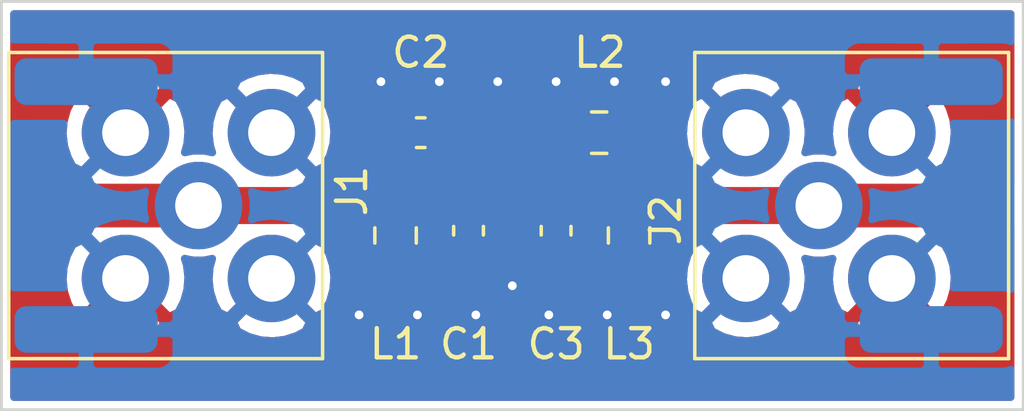
<source format=kicad_pcb>
(kicad_pcb (version 20171130) (host pcbnew 5.1.9)

  (general
    (thickness 1.6)
    (drawings 4)
    (tracks 22)
    (zones 0)
    (modules 8)
    (nets 5)
  )

  (page A4)
  (title_block
    (title "LC-ladder Butterworth bandpass filter")
    (date 2021-04-05)
    (rev r0)
    (company "rimio (yo7jbp)")
    (comment 1 https://github.com/rimio/ufilter-pcb)
  )

  (layers
    (0 F.Cu signal)
    (31 B.Cu signal)
    (32 B.Adhes user hide)
    (33 F.Adhes user hide)
    (34 B.Paste user hide)
    (35 F.Paste user hide)
    (36 B.SilkS user hide)
    (37 F.SilkS user)
    (38 B.Mask user hide)
    (39 F.Mask user hide)
    (40 Dwgs.User user hide)
    (41 Cmts.User user hide)
    (42 Eco1.User user hide)
    (43 Eco2.User user hide)
    (44 Edge.Cuts user)
    (45 Margin user hide)
    (46 B.CrtYd user hide)
    (47 F.CrtYd user hide)
    (48 B.Fab user hide)
    (49 F.Fab user hide)
  )

  (setup
    (last_trace_width 1.27)
    (trace_clearance 0.25)
    (zone_clearance 0.508)
    (zone_45_only yes)
    (trace_min 0.2)
    (via_size 0.8)
    (via_drill 0.4)
    (via_min_size 0.4)
    (via_min_drill 0.3)
    (user_via 0.6 0.3)
    (uvia_size 0.3)
    (uvia_drill 0.1)
    (uvias_allowed no)
    (uvia_min_size 0.2)
    (uvia_min_drill 0.1)
    (edge_width 0.05)
    (segment_width 0.2)
    (pcb_text_width 0.3)
    (pcb_text_size 1.5 1.5)
    (mod_edge_width 0.12)
    (mod_text_size 1 1)
    (mod_text_width 0.15)
    (pad_size 1.524 1.524)
    (pad_drill 0.762)
    (pad_to_mask_clearance 0)
    (aux_axis_origin 0 0)
    (visible_elements FFFFFF7F)
    (pcbplotparams
      (layerselection 0x010fc_ffffffff)
      (usegerberextensions false)
      (usegerberattributes true)
      (usegerberadvancedattributes true)
      (creategerberjobfile true)
      (excludeedgelayer true)
      (linewidth 0.100000)
      (plotframeref false)
      (viasonmask false)
      (mode 1)
      (useauxorigin false)
      (hpglpennumber 1)
      (hpglpenspeed 20)
      (hpglpendiameter 15.000000)
      (psnegative false)
      (psa4output false)
      (plotreference true)
      (plotvalue true)
      (plotinvisibletext false)
      (padsonsilk false)
      (subtractmaskfromsilk false)
      (outputformat 1)
      (mirror false)
      (drillshape 0)
      (scaleselection 1)
      (outputdirectory "export/r0/"))
  )

  (net 0 "")
  (net 1 GND)
  (net 2 "Net-(C1-Pad1)")
  (net 3 "Net-(C2-Pad1)")
  (net 4 "Net-(C3-Pad1)")

  (net_class Default "This is the default net class."
    (clearance 0.25)
    (trace_width 1.27)
    (via_dia 0.8)
    (via_drill 0.4)
    (uvia_dia 0.3)
    (uvia_drill 0.1)
    (add_net GND)
    (add_net "Net-(C1-Pad1)")
    (add_net "Net-(C2-Pad1)")
    (add_net "Net-(C3-Pad1)")
  )

  (module Capacitor_SMD:C_0603_1608Metric_Pad1.08x0.95mm_HandSolder (layer F.Cu) (tedit 5F68FEEF) (tstamp 606CA6E9)
    (at 76 27.8625 270)
    (descr "Capacitor SMD 0603 (1608 Metric), square (rectangular) end terminal, IPC_7351 nominal with elongated pad for handsoldering. (Body size source: IPC-SM-782 page 76, https://www.pcb-3d.com/wordpress/wp-content/uploads/ipc-sm-782a_amendment_1_and_2.pdf), generated with kicad-footprint-generator")
    (tags "capacitor handsolder")
    (path /606BFE2F)
    (attr smd)
    (fp_text reference C1 (at 3.8875 0 180) (layer F.SilkS)
      (effects (font (size 1 1) (thickness 0.15)))
    )
    (fp_text value C_Small (at 0 1.43 90) (layer F.Fab) hide
      (effects (font (size 1 1) (thickness 0.15)))
    )
    (fp_line (start -0.8 0.4) (end -0.8 -0.4) (layer F.Fab) (width 0.1))
    (fp_line (start -0.8 -0.4) (end 0.8 -0.4) (layer F.Fab) (width 0.1))
    (fp_line (start 0.8 -0.4) (end 0.8 0.4) (layer F.Fab) (width 0.1))
    (fp_line (start 0.8 0.4) (end -0.8 0.4) (layer F.Fab) (width 0.1))
    (fp_line (start -0.146267 -0.51) (end 0.146267 -0.51) (layer F.SilkS) (width 0.12))
    (fp_line (start -0.146267 0.51) (end 0.146267 0.51) (layer F.SilkS) (width 0.12))
    (fp_line (start -1.65 0.73) (end -1.65 -0.73) (layer F.CrtYd) (width 0.05))
    (fp_line (start -1.65 -0.73) (end 1.65 -0.73) (layer F.CrtYd) (width 0.05))
    (fp_line (start 1.65 -0.73) (end 1.65 0.73) (layer F.CrtYd) (width 0.05))
    (fp_line (start 1.65 0.73) (end -1.65 0.73) (layer F.CrtYd) (width 0.05))
    (fp_text user %R (at 0 0 90) (layer F.Fab)
      (effects (font (size 0.4 0.4) (thickness 0.06)))
    )
    (pad 1 smd roundrect (at -0.8625 0 270) (size 1.075 0.95) (layers F.Cu F.Paste F.Mask) (roundrect_rratio 0.25)
      (net 2 "Net-(C1-Pad1)"))
    (pad 2 smd roundrect (at 0.8625 0 270) (size 1.075 0.95) (layers F.Cu F.Paste F.Mask) (roundrect_rratio 0.25)
      (net 1 GND))
    (model ${KISYS3DMOD}/Capacitor_SMD.3dshapes/C_0603_1608Metric.wrl
      (at (xyz 0 0 0))
      (scale (xyz 1 1 1))
      (rotate (xyz 0 0 0))
    )
  )

  (module Capacitor_SMD:C_0603_1608Metric_Pad1.08x0.95mm_HandSolder (layer F.Cu) (tedit 5F68FEEF) (tstamp 606CA71C)
    (at 74.3625 24.5 180)
    (descr "Capacitor SMD 0603 (1608 Metric), square (rectangular) end terminal, IPC_7351 nominal with elongated pad for handsoldering. (Body size source: IPC-SM-782 page 76, https://www.pcb-3d.com/wordpress/wp-content/uploads/ipc-sm-782a_amendment_1_and_2.pdf), generated with kicad-footprint-generator")
    (tags "capacitor handsolder")
    (path /606C0D59)
    (attr smd)
    (fp_text reference C2 (at 0 2.75) (layer F.SilkS)
      (effects (font (size 1 1) (thickness 0.15)))
    )
    (fp_text value C_Small (at 0 1.43) (layer F.Fab) hide
      (effects (font (size 1 1) (thickness 0.15)))
    )
    (fp_line (start 1.65 0.73) (end -1.65 0.73) (layer F.CrtYd) (width 0.05))
    (fp_line (start 1.65 -0.73) (end 1.65 0.73) (layer F.CrtYd) (width 0.05))
    (fp_line (start -1.65 -0.73) (end 1.65 -0.73) (layer F.CrtYd) (width 0.05))
    (fp_line (start -1.65 0.73) (end -1.65 -0.73) (layer F.CrtYd) (width 0.05))
    (fp_line (start -0.146267 0.51) (end 0.146267 0.51) (layer F.SilkS) (width 0.12))
    (fp_line (start -0.146267 -0.51) (end 0.146267 -0.51) (layer F.SilkS) (width 0.12))
    (fp_line (start 0.8 0.4) (end -0.8 0.4) (layer F.Fab) (width 0.1))
    (fp_line (start 0.8 -0.4) (end 0.8 0.4) (layer F.Fab) (width 0.1))
    (fp_line (start -0.8 -0.4) (end 0.8 -0.4) (layer F.Fab) (width 0.1))
    (fp_line (start -0.8 0.4) (end -0.8 -0.4) (layer F.Fab) (width 0.1))
    (fp_text user %R (at 0 0) (layer F.Fab)
      (effects (font (size 0.4 0.4) (thickness 0.06)))
    )
    (pad 2 smd roundrect (at 0.8625 0 180) (size 1.075 0.95) (layers F.Cu F.Paste F.Mask) (roundrect_rratio 0.25)
      (net 2 "Net-(C1-Pad1)"))
    (pad 1 smd roundrect (at -0.8625 0 180) (size 1.075 0.95) (layers F.Cu F.Paste F.Mask) (roundrect_rratio 0.25)
      (net 3 "Net-(C2-Pad1)"))
    (model ${KISYS3DMOD}/Capacitor_SMD.3dshapes/C_0603_1608Metric.wrl
      (at (xyz 0 0 0))
      (scale (xyz 1 1 1))
      (rotate (xyz 0 0 0))
    )
  )

  (module Capacitor_SMD:C_0603_1608Metric_Pad1.08x0.95mm_HandSolder (layer F.Cu) (tedit 5F68FEEF) (tstamp 606CA74C)
    (at 79 27.8625 270)
    (descr "Capacitor SMD 0603 (1608 Metric), square (rectangular) end terminal, IPC_7351 nominal with elongated pad for handsoldering. (Body size source: IPC-SM-782 page 76, https://www.pcb-3d.com/wordpress/wp-content/uploads/ipc-sm-782a_amendment_1_and_2.pdf), generated with kicad-footprint-generator")
    (tags "capacitor handsolder")
    (path /606C1AF0)
    (attr smd)
    (fp_text reference C3 (at 3.8875 0 180) (layer F.SilkS)
      (effects (font (size 1 1) (thickness 0.15)))
    )
    (fp_text value C_Small (at 0 1.43 90) (layer F.Fab) hide
      (effects (font (size 1 1) (thickness 0.15)))
    )
    (fp_line (start 1.65 0.73) (end -1.65 0.73) (layer F.CrtYd) (width 0.05))
    (fp_line (start 1.65 -0.73) (end 1.65 0.73) (layer F.CrtYd) (width 0.05))
    (fp_line (start -1.65 -0.73) (end 1.65 -0.73) (layer F.CrtYd) (width 0.05))
    (fp_line (start -1.65 0.73) (end -1.65 -0.73) (layer F.CrtYd) (width 0.05))
    (fp_line (start -0.146267 0.51) (end 0.146267 0.51) (layer F.SilkS) (width 0.12))
    (fp_line (start -0.146267 -0.51) (end 0.146267 -0.51) (layer F.SilkS) (width 0.12))
    (fp_line (start 0.8 0.4) (end -0.8 0.4) (layer F.Fab) (width 0.1))
    (fp_line (start 0.8 -0.4) (end 0.8 0.4) (layer F.Fab) (width 0.1))
    (fp_line (start -0.8 -0.4) (end 0.8 -0.4) (layer F.Fab) (width 0.1))
    (fp_line (start -0.8 0.4) (end -0.8 -0.4) (layer F.Fab) (width 0.1))
    (fp_text user %R (at 0 0 90) (layer F.Fab)
      (effects (font (size 0.4 0.4) (thickness 0.06)))
    )
    (pad 2 smd roundrect (at 0.8625 0 270) (size 1.075 0.95) (layers F.Cu F.Paste F.Mask) (roundrect_rratio 0.25)
      (net 1 GND))
    (pad 1 smd roundrect (at -0.8625 0 270) (size 1.075 0.95) (layers F.Cu F.Paste F.Mask) (roundrect_rratio 0.25)
      (net 4 "Net-(C3-Pad1)"))
    (model ${KISYS3DMOD}/Capacitor_SMD.3dshapes/C_0603_1608Metric.wrl
      (at (xyz 0 0 0))
      (scale (xyz 1 1 1))
      (rotate (xyz 0 0 0))
    )
  )

  (module Inductor_SMD:L_0805_2012Metric_Pad1.15x1.40mm_HandSolder (layer F.Cu) (tedit 5F68FEF0) (tstamp 606CA77C)
    (at 73.5 28.025 90)
    (descr "Inductor SMD 0805 (2012 Metric), square (rectangular) end terminal, IPC_7351 nominal with elongated pad for handsoldering. (Body size source: https://docs.google.com/spreadsheets/d/1BsfQQcO9C6DZCsRaXUlFlo91Tg2WpOkGARC1WS5S8t0/edit?usp=sharing), generated with kicad-footprint-generator")
    (tags "inductor handsolder")
    (path /606C3083)
    (attr smd)
    (fp_text reference L1 (at -3.725 0 180) (layer F.SilkS)
      (effects (font (size 1 1) (thickness 0.15)))
    )
    (fp_text value L_Small (at 0 1.65 90) (layer F.Fab) hide
      (effects (font (size 1 1) (thickness 0.15)))
    )
    (fp_line (start -1 0.6) (end -1 -0.6) (layer F.Fab) (width 0.1))
    (fp_line (start -1 -0.6) (end 1 -0.6) (layer F.Fab) (width 0.1))
    (fp_line (start 1 -0.6) (end 1 0.6) (layer F.Fab) (width 0.1))
    (fp_line (start 1 0.6) (end -1 0.6) (layer F.Fab) (width 0.1))
    (fp_line (start -0.261252 -0.71) (end 0.261252 -0.71) (layer F.SilkS) (width 0.12))
    (fp_line (start -0.261252 0.71) (end 0.261252 0.71) (layer F.SilkS) (width 0.12))
    (fp_line (start -1.85 0.95) (end -1.85 -0.95) (layer F.CrtYd) (width 0.05))
    (fp_line (start -1.85 -0.95) (end 1.85 -0.95) (layer F.CrtYd) (width 0.05))
    (fp_line (start 1.85 -0.95) (end 1.85 0.95) (layer F.CrtYd) (width 0.05))
    (fp_line (start 1.85 0.95) (end -1.85 0.95) (layer F.CrtYd) (width 0.05))
    (fp_text user %R (at 0 0 90) (layer F.Fab)
      (effects (font (size 0.5 0.5) (thickness 0.08)))
    )
    (pad 1 smd roundrect (at -1.025 0 90) (size 1.15 1.4) (layers F.Cu F.Paste F.Mask) (roundrect_rratio 0.2173904347826087)
      (net 1 GND))
    (pad 2 smd roundrect (at 1.025 0 90) (size 1.15 1.4) (layers F.Cu F.Paste F.Mask) (roundrect_rratio 0.2173904347826087)
      (net 2 "Net-(C1-Pad1)"))
    (model ${KISYS3DMOD}/Inductor_SMD.3dshapes/L_0805_2012Metric.wrl
      (at (xyz 0 0 0))
      (scale (xyz 1 1 1))
      (rotate (xyz 0 0 0))
    )
  )

  (module Inductor_SMD:L_0805_2012Metric_Pad1.15x1.40mm_HandSolder (layer F.Cu) (tedit 5F68FEF0) (tstamp 606CA7AC)
    (at 80.475 24.5 180)
    (descr "Inductor SMD 0805 (2012 Metric), square (rectangular) end terminal, IPC_7351 nominal with elongated pad for handsoldering. (Body size source: https://docs.google.com/spreadsheets/d/1BsfQQcO9C6DZCsRaXUlFlo91Tg2WpOkGARC1WS5S8t0/edit?usp=sharing), generated with kicad-footprint-generator")
    (tags "inductor handsolder")
    (path /606C5347)
    (attr smd)
    (fp_text reference L2 (at -0.025 2.75) (layer F.SilkS)
      (effects (font (size 1 1) (thickness 0.15)))
    )
    (fp_text value L_Small (at 0 1.65) (layer F.Fab) hide
      (effects (font (size 1 1) (thickness 0.15)))
    )
    (fp_line (start 1.85 0.95) (end -1.85 0.95) (layer F.CrtYd) (width 0.05))
    (fp_line (start 1.85 -0.95) (end 1.85 0.95) (layer F.CrtYd) (width 0.05))
    (fp_line (start -1.85 -0.95) (end 1.85 -0.95) (layer F.CrtYd) (width 0.05))
    (fp_line (start -1.85 0.95) (end -1.85 -0.95) (layer F.CrtYd) (width 0.05))
    (fp_line (start -0.261252 0.71) (end 0.261252 0.71) (layer F.SilkS) (width 0.12))
    (fp_line (start -0.261252 -0.71) (end 0.261252 -0.71) (layer F.SilkS) (width 0.12))
    (fp_line (start 1 0.6) (end -1 0.6) (layer F.Fab) (width 0.1))
    (fp_line (start 1 -0.6) (end 1 0.6) (layer F.Fab) (width 0.1))
    (fp_line (start -1 -0.6) (end 1 -0.6) (layer F.Fab) (width 0.1))
    (fp_line (start -1 0.6) (end -1 -0.6) (layer F.Fab) (width 0.1))
    (fp_text user %R (at 0 0) (layer F.Fab)
      (effects (font (size 0.5 0.5) (thickness 0.08)))
    )
    (pad 2 smd roundrect (at 1.025 0 180) (size 1.15 1.4) (layers F.Cu F.Paste F.Mask) (roundrect_rratio 0.2173904347826087)
      (net 3 "Net-(C2-Pad1)"))
    (pad 1 smd roundrect (at -1.025 0 180) (size 1.15 1.4) (layers F.Cu F.Paste F.Mask) (roundrect_rratio 0.2173904347826087)
      (net 4 "Net-(C3-Pad1)"))
    (model ${KISYS3DMOD}/Inductor_SMD.3dshapes/L_0805_2012Metric.wrl
      (at (xyz 0 0 0))
      (scale (xyz 1 1 1))
      (rotate (xyz 0 0 0))
    )
  )

  (module Inductor_SMD:L_0805_2012Metric_Pad1.15x1.40mm_HandSolder (layer F.Cu) (tedit 5F68FEF0) (tstamp 606CA6B9)
    (at 81.5 28.025 90)
    (descr "Inductor SMD 0805 (2012 Metric), square (rectangular) end terminal, IPC_7351 nominal with elongated pad for handsoldering. (Body size source: https://docs.google.com/spreadsheets/d/1BsfQQcO9C6DZCsRaXUlFlo91Tg2WpOkGARC1WS5S8t0/edit?usp=sharing), generated with kicad-footprint-generator")
    (tags "inductor handsolder")
    (path /606C4A0E)
    (attr smd)
    (fp_text reference L3 (at -3.725 0 180) (layer F.SilkS)
      (effects (font (size 1 1) (thickness 0.15)))
    )
    (fp_text value L_Small (at 0 1.65 90) (layer F.Fab) hide
      (effects (font (size 1 1) (thickness 0.15)))
    )
    (fp_line (start 1.85 0.95) (end -1.85 0.95) (layer F.CrtYd) (width 0.05))
    (fp_line (start 1.85 -0.95) (end 1.85 0.95) (layer F.CrtYd) (width 0.05))
    (fp_line (start -1.85 -0.95) (end 1.85 -0.95) (layer F.CrtYd) (width 0.05))
    (fp_line (start -1.85 0.95) (end -1.85 -0.95) (layer F.CrtYd) (width 0.05))
    (fp_line (start -0.261252 0.71) (end 0.261252 0.71) (layer F.SilkS) (width 0.12))
    (fp_line (start -0.261252 -0.71) (end 0.261252 -0.71) (layer F.SilkS) (width 0.12))
    (fp_line (start 1 0.6) (end -1 0.6) (layer F.Fab) (width 0.1))
    (fp_line (start 1 -0.6) (end 1 0.6) (layer F.Fab) (width 0.1))
    (fp_line (start -1 -0.6) (end 1 -0.6) (layer F.Fab) (width 0.1))
    (fp_line (start -1 0.6) (end -1 -0.6) (layer F.Fab) (width 0.1))
    (fp_text user %R (at 0 0 90) (layer F.Fab)
      (effects (font (size 0.5 0.5) (thickness 0.08)))
    )
    (pad 2 smd roundrect (at 1.025 0 90) (size 1.15 1.4) (layers F.Cu F.Paste F.Mask) (roundrect_rratio 0.2173904347826087)
      (net 4 "Net-(C3-Pad1)"))
    (pad 1 smd roundrect (at -1.025 0 90) (size 1.15 1.4) (layers F.Cu F.Paste F.Mask) (roundrect_rratio 0.2173904347826087)
      (net 1 GND))
    (model ${KISYS3DMOD}/Inductor_SMD.3dshapes/L_0805_2012Metric.wrl
      (at (xyz 0 0 0))
      (scale (xyz 1 1 1))
      (rotate (xyz 0 0 0))
    )
  )

  (module custom:SMA_Bundled_Edge_PCB (layer F.Cu) (tedit 606C33D5) (tstamp 606CB6FA)
    (at 66.75 27 90)
    (path /606B59E8)
    (fp_text reference J1 (at 0.5 5.25 90) (layer F.SilkS)
      (effects (font (size 1 1) (thickness 0.15)))
    )
    (fp_text value Input (at 0 -10.66 90) (layer F.Fab)
      (effects (font (size 1 1) (thickness 0.15)))
    )
    (fp_line (start -5.25 4.25) (end -5.25 -6.5) (layer F.SilkS) (width 0.12))
    (fp_line (start 5.25 4.25) (end -5.25 4.25) (layer F.SilkS) (width 0.12))
    (fp_line (start 5.25 -6.5) (end 5.25 4.25) (layer F.SilkS) (width 0.12))
    (fp_line (start -5.25 -6.5) (end 5.25 -6.5) (layer F.SilkS) (width 0.12))
    (pad 2 smd roundrect (at 4.25 -3.85 90) (size 1.6 4.9) (layers B.Cu B.Paste B.Mask) (roundrect_rratio 0.25)
      (net 1 GND))
    (pad 2 smd roundrect (at -4.25 -3.85 90) (size 1.6 4.9) (layers B.Cu B.Paste B.Mask) (roundrect_rratio 0.25)
      (net 1 GND))
    (pad 1 smd roundrect (at 0 -3.5 90) (size 1.5 5.6) (layers F.Cu F.Paste F.Mask) (roundrect_rratio 0.25)
      (net 2 "Net-(C1-Pad1)"))
    (pad 2 smd roundrect (at 4.25 -3.85 90) (size 1.6 4.9) (layers F.Cu F.Paste F.Mask) (roundrect_rratio 0.25)
      (net 1 GND) (zone_connect 2))
    (pad 2 smd roundrect (at -4.25 -3.85 90) (size 1.6 4.9) (layers F.Cu F.Paste F.Mask) (roundrect_rratio 0.25)
      (net 1 GND) (zone_connect 2))
    (pad 2 thru_hole circle (at 2.5 2.5 90) (size 3 3) (drill 1.6) (layers *.Cu *.Mask)
      (net 1 GND))
    (pad 2 thru_hole circle (at -2.5 2.5 90) (size 3 3) (drill 1.6) (layers *.Cu *.Mask)
      (net 1 GND))
    (pad 2 thru_hole circle (at 2.5 -2.5 90) (size 3 3) (drill 1.6) (layers *.Cu *.Mask)
      (net 1 GND))
    (pad 2 thru_hole circle (at -2.5 -2.5 90) (size 3 3) (drill 1.6) (layers *.Cu *.Mask)
      (net 1 GND))
    (pad 1 thru_hole circle (at 0 0 90) (size 3 3) (drill 1.6) (layers *.Cu *.Mask)
      (net 2 "Net-(C1-Pad1)"))
  )

  (module custom:SMA_Bundled_Edge_PCB (layer F.Cu) (tedit 606C33D5) (tstamp 606CB824)
    (at 88 27 270)
    (path /606B7293)
    (fp_text reference J2 (at 0.5 5.25 90) (layer F.SilkS)
      (effects (font (size 1 1) (thickness 0.15)))
    )
    (fp_text value Output (at 0 -10.66 90) (layer F.Fab)
      (effects (font (size 1 1) (thickness 0.15)))
    )
    (fp_line (start -5.25 -6.5) (end 5.25 -6.5) (layer F.SilkS) (width 0.12))
    (fp_line (start 5.25 -6.5) (end 5.25 4.25) (layer F.SilkS) (width 0.12))
    (fp_line (start 5.25 4.25) (end -5.25 4.25) (layer F.SilkS) (width 0.12))
    (fp_line (start -5.25 4.25) (end -5.25 -6.5) (layer F.SilkS) (width 0.12))
    (pad 1 thru_hole circle (at 0 0 270) (size 3 3) (drill 1.6) (layers *.Cu *.Mask)
      (net 4 "Net-(C3-Pad1)"))
    (pad 2 thru_hole circle (at -2.5 -2.5 270) (size 3 3) (drill 1.6) (layers *.Cu *.Mask)
      (net 1 GND))
    (pad 2 thru_hole circle (at 2.5 -2.5 270) (size 3 3) (drill 1.6) (layers *.Cu *.Mask)
      (net 1 GND))
    (pad 2 thru_hole circle (at -2.5 2.5 270) (size 3 3) (drill 1.6) (layers *.Cu *.Mask)
      (net 1 GND))
    (pad 2 thru_hole circle (at 2.5 2.5 270) (size 3 3) (drill 1.6) (layers *.Cu *.Mask)
      (net 1 GND))
    (pad 2 smd roundrect (at -4.25 -3.85 270) (size 1.6 4.9) (layers F.Cu F.Paste F.Mask) (roundrect_rratio 0.25)
      (net 1 GND) (zone_connect 2))
    (pad 2 smd roundrect (at 4.25 -3.85 270) (size 1.6 4.9) (layers F.Cu F.Paste F.Mask) (roundrect_rratio 0.25)
      (net 1 GND) (zone_connect 2))
    (pad 1 smd roundrect (at 0 -3.5 270) (size 1.5 5.6) (layers F.Cu F.Paste F.Mask) (roundrect_rratio 0.25)
      (net 4 "Net-(C3-Pad1)"))
    (pad 2 smd roundrect (at -4.25 -3.85 270) (size 1.6 4.9) (layers B.Cu B.Paste B.Mask) (roundrect_rratio 0.25)
      (net 1 GND))
    (pad 2 smd roundrect (at 4.25 -3.85 270) (size 1.6 4.9) (layers B.Cu B.Paste B.Mask) (roundrect_rratio 0.25)
      (net 1 GND))
  )

  (gr_line (start 95 20) (end 95 34) (layer Edge.Cuts) (width 0.1))
  (gr_line (start 60 20) (end 95 20) (layer Edge.Cuts) (width 0.1) (tstamp 606BC9B6))
  (gr_line (start 60 34) (end 60 20) (layer Edge.Cuts) (width 0.1))
  (gr_line (start 95 34) (end 60 34) (layer Edge.Cuts) (width 0.1))

  (via (at 75 22.75) (size 0.6) (drill 0.3) (layers F.Cu B.Cu) (net 1))
  (via (at 77 22.75) (size 0.6) (drill 0.3) (layers F.Cu B.Cu) (net 1))
  (via (at 79 22.75) (size 0.6) (drill 0.3) (layers F.Cu B.Cu) (net 1))
  (via (at 81 22.75) (size 0.6) (drill 0.3) (layers F.Cu B.Cu) (net 1))
  (via (at 82.75 22.75) (size 0.6) (drill 0.3) (layers F.Cu B.Cu) (net 1))
  (via (at 73 22.75) (size 0.6) (drill 0.3) (layers F.Cu B.Cu) (net 1))
  (via (at 72.25 30.75) (size 0.6) (drill 0.3) (layers F.Cu B.Cu) (net 1))
  (via (at 74.25 30.75) (size 0.6) (drill 0.3) (layers F.Cu B.Cu) (net 1))
  (via (at 76.25 30.75) (size 0.6) (drill 0.3) (layers F.Cu B.Cu) (net 1))
  (via (at 80.75 30.75) (size 0.6) (drill 0.3) (layers F.Cu B.Cu) (net 1) (tstamp 606CBD14))
  (via (at 82.75 30.75) (size 0.6) (drill 0.3) (layers F.Cu B.Cu) (net 1) (tstamp 606CBD17))
  (via (at 77.5 29.75) (size 0.6) (drill 0.3) (layers F.Cu B.Cu) (net 1))
  (via (at 78.75 30.75) (size 0.6) (drill 0.3) (layers F.Cu B.Cu) (net 1) (tstamp 606CBD11))
  (segment (start 73.5 27) (end 76 27) (width 1.27) (layer F.Cu) (net 2) (tstamp 606CA69E))
  (segment (start 73.5 27) (end 73.5 24.5) (width 1.27) (layer F.Cu) (net 2) (tstamp 606CA6A7))
  (segment (start 66.75 27) (end 73.5 27) (width 1.27) (layer F.Cu) (net 2))
  (segment (start 63.25 27) (end 66.75 27) (width 1.27) (layer F.Cu) (net 2))
  (segment (start 75.225 24.5) (end 79.45 24.5) (width 1.27) (layer F.Cu) (net 3) (tstamp 606CA69B))
  (segment (start 79 27) (end 81.5 27) (width 1.27) (layer F.Cu) (net 4) (tstamp 606CA70A))
  (segment (start 81.5 24.5) (end 81.5 27) (width 1.27) (layer F.Cu) (net 4) (tstamp 606CA6A1))
  (segment (start 81.5 27) (end 88 27) (width 1.27) (layer F.Cu) (net 4))
  (segment (start 88 27) (end 91.5 27) (width 1.27) (layer F.Cu) (net 4))

  (zone (net 1) (net_name GND) (layer F.Cu) (tstamp 606C4BAF) (hatch edge 0.508)
    (connect_pads (clearance 0.25))
    (min_thickness 0.254)
    (fill yes (arc_segments 32) (thermal_gap 0.508) (thermal_bridge_width 0.508))
    (polygon
      (pts
        (xy 95 34) (xy 60 34) (xy 60 20) (xy 95 20)
      )
    )
    (filled_polygon
      (pts
        (xy 94.573001 33.573) (xy 60.427 33.573) (xy 60.427 30.991653) (xy 62.937952 30.991653) (xy 63.093962 31.307214)
        (xy 63.468745 31.49802) (xy 63.873551 31.612044) (xy 64.292824 31.644902) (xy 64.710451 31.595334) (xy 65.110383 31.465243)
        (xy 65.406038 31.307214) (xy 65.562048 30.991653) (xy 67.937952 30.991653) (xy 68.093962 31.307214) (xy 68.468745 31.49802)
        (xy 68.873551 31.612044) (xy 69.292824 31.644902) (xy 69.710451 31.595334) (xy 70.110383 31.465243) (xy 70.406038 31.307214)
        (xy 70.562048 30.991653) (xy 84.187952 30.991653) (xy 84.343962 31.307214) (xy 84.718745 31.49802) (xy 85.123551 31.612044)
        (xy 85.542824 31.644902) (xy 85.960451 31.595334) (xy 86.360383 31.465243) (xy 86.656038 31.307214) (xy 86.812048 30.991653)
        (xy 89.187952 30.991653) (xy 89.343962 31.307214) (xy 89.718745 31.49802) (xy 90.123551 31.612044) (xy 90.542824 31.644902)
        (xy 90.960451 31.595334) (xy 91.360383 31.465243) (xy 91.656038 31.307214) (xy 91.812048 30.991653) (xy 90.5 29.679605)
        (xy 89.187952 30.991653) (xy 86.812048 30.991653) (xy 85.5 29.679605) (xy 84.187952 30.991653) (xy 70.562048 30.991653)
        (xy 69.25 29.679605) (xy 67.937952 30.991653) (xy 65.562048 30.991653) (xy 64.25 29.679605) (xy 62.937952 30.991653)
        (xy 60.427 30.991653) (xy 60.427 28.012901) (xy 60.536524 28.071443) (xy 60.677936 28.114339) (xy 60.825 28.128824)
        (xy 62.699216 28.128824) (xy 62.758345 28.187953) (xy 62.442786 28.343962) (xy 62.25198 28.718745) (xy 62.137956 29.123551)
        (xy 62.105098 29.542824) (xy 62.154666 29.960451) (xy 62.284757 30.360383) (xy 62.442786 30.656038) (xy 62.758347 30.812048)
        (xy 64.070395 29.5) (xy 64.056253 29.485858) (xy 64.235858 29.306253) (xy 64.25 29.320395) (xy 64.264143 29.306253)
        (xy 64.443748 29.485858) (xy 64.429605 29.5) (xy 65.741653 30.812048) (xy 66.057214 30.656038) (xy 66.24802 30.281255)
        (xy 66.362044 29.876449) (xy 66.394902 29.457176) (xy 66.345334 29.039549) (xy 66.273597 28.81901) (xy 66.565132 28.877)
        (xy 66.934868 28.877) (xy 67.22358 28.819572) (xy 67.137956 29.123551) (xy 67.105098 29.542824) (xy 67.154666 29.960451)
        (xy 67.284757 30.360383) (xy 67.442786 30.656038) (xy 67.758347 30.812048) (xy 69.070395 29.5) (xy 69.056253 29.485858)
        (xy 69.235858 29.306253) (xy 69.25 29.320395) (xy 69.264143 29.306253) (xy 69.443748 29.485858) (xy 69.429605 29.5)
        (xy 70.741653 30.812048) (xy 71.057214 30.656038) (xy 71.24802 30.281255) (xy 71.362044 29.876449) (xy 71.381749 29.625)
        (xy 72.161928 29.625) (xy 72.174188 29.749482) (xy 72.210498 29.86918) (xy 72.269463 29.979494) (xy 72.348815 30.076185)
        (xy 72.445506 30.155537) (xy 72.55582 30.214502) (xy 72.675518 30.250812) (xy 72.8 30.263072) (xy 73.21425 30.26)
        (xy 73.373 30.10125) (xy 73.373 29.177) (xy 73.627 29.177) (xy 73.627 30.10125) (xy 73.78575 30.26)
        (xy 74.2 30.263072) (xy 74.324482 30.250812) (xy 74.44418 30.214502) (xy 74.554494 30.155537) (xy 74.651185 30.076185)
        (xy 74.730537 29.979494) (xy 74.789502 29.86918) (xy 74.825812 29.749482) (xy 74.838072 29.625) (xy 74.835 29.33575)
        (xy 74.76175 29.2625) (xy 74.886928 29.2625) (xy 74.899188 29.386982) (xy 74.935498 29.50668) (xy 74.994463 29.616994)
        (xy 75.073815 29.713685) (xy 75.170506 29.793037) (xy 75.28082 29.852002) (xy 75.400518 29.888312) (xy 75.525 29.900572)
        (xy 75.71425 29.8975) (xy 75.873 29.73875) (xy 75.873 28.852) (xy 76.127 28.852) (xy 76.127 29.73875)
        (xy 76.28575 29.8975) (xy 76.475 29.900572) (xy 76.599482 29.888312) (xy 76.71918 29.852002) (xy 76.829494 29.793037)
        (xy 76.926185 29.713685) (xy 77.005537 29.616994) (xy 77.064502 29.50668) (xy 77.100812 29.386982) (xy 77.113072 29.2625)
        (xy 77.886928 29.2625) (xy 77.899188 29.386982) (xy 77.935498 29.50668) (xy 77.994463 29.616994) (xy 78.073815 29.713685)
        (xy 78.170506 29.793037) (xy 78.28082 29.852002) (xy 78.400518 29.888312) (xy 78.525 29.900572) (xy 78.71425 29.8975)
        (xy 78.873 29.73875) (xy 78.873 28.852) (xy 79.127 28.852) (xy 79.127 29.73875) (xy 79.28575 29.8975)
        (xy 79.475 29.900572) (xy 79.599482 29.888312) (xy 79.71918 29.852002) (xy 79.829494 29.793037) (xy 79.926185 29.713685)
        (xy 79.998966 29.625) (xy 80.161928 29.625) (xy 80.174188 29.749482) (xy 80.210498 29.86918) (xy 80.269463 29.979494)
        (xy 80.348815 30.076185) (xy 80.445506 30.155537) (xy 80.55582 30.214502) (xy 80.675518 30.250812) (xy 80.8 30.263072)
        (xy 81.21425 30.26) (xy 81.373 30.10125) (xy 81.373 29.177) (xy 81.627 29.177) (xy 81.627 30.10125)
        (xy 81.78575 30.26) (xy 82.2 30.263072) (xy 82.324482 30.250812) (xy 82.44418 30.214502) (xy 82.554494 30.155537)
        (xy 82.651185 30.076185) (xy 82.730537 29.979494) (xy 82.789502 29.86918) (xy 82.825812 29.749482) (xy 82.838072 29.625)
        (xy 82.835 29.33575) (xy 82.67625 29.177) (xy 81.627 29.177) (xy 81.373 29.177) (xy 80.32375 29.177)
        (xy 80.165 29.33575) (xy 80.161928 29.625) (xy 79.998966 29.625) (xy 80.005537 29.616994) (xy 80.064502 29.50668)
        (xy 80.100812 29.386982) (xy 80.113072 29.2625) (xy 80.11 29.01075) (xy 79.95125 28.852) (xy 79.127 28.852)
        (xy 78.873 28.852) (xy 78.04875 28.852) (xy 77.89 29.01075) (xy 77.886928 29.2625) (xy 77.113072 29.2625)
        (xy 77.11 29.01075) (xy 76.95125 28.852) (xy 76.127 28.852) (xy 75.873 28.852) (xy 75.04875 28.852)
        (xy 74.89 29.01075) (xy 74.886928 29.2625) (xy 74.76175 29.2625) (xy 74.67625 29.177) (xy 73.627 29.177)
        (xy 73.373 29.177) (xy 72.32375 29.177) (xy 72.165 29.33575) (xy 72.161928 29.625) (xy 71.381749 29.625)
        (xy 71.394902 29.457176) (xy 71.345334 29.039549) (xy 71.215243 28.639617) (xy 71.057214 28.343962) (xy 70.741655 28.187953)
        (xy 70.856347 28.073261) (xy 70.795086 28.012) (xy 72.363212 28.012) (xy 72.348815 28.023815) (xy 72.269463 28.120506)
        (xy 72.210498 28.23082) (xy 72.174188 28.350518) (xy 72.161928 28.475) (xy 72.165 28.76425) (xy 72.32375 28.923)
        (xy 73.373 28.923) (xy 73.373 28.903) (xy 73.627 28.903) (xy 73.627 28.923) (xy 74.67625 28.923)
        (xy 74.835 28.76425) (xy 74.838072 28.475) (xy 74.825812 28.350518) (xy 74.789502 28.23082) (xy 74.730537 28.120506)
        (xy 74.651185 28.023815) (xy 74.636788 28.012) (xy 74.914664 28.012) (xy 74.899188 28.063018) (xy 74.886928 28.1875)
        (xy 74.89 28.43925) (xy 75.04875 28.598) (xy 75.873 28.598) (xy 75.873 28.578) (xy 76.127 28.578)
        (xy 76.127 28.598) (xy 76.95125 28.598) (xy 77.11 28.43925) (xy 77.11076 28.377) (xy 77.88924 28.377)
        (xy 77.89 28.43925) (xy 78.04875 28.598) (xy 78.873 28.598) (xy 78.873 28.578) (xy 79.127 28.578)
        (xy 79.127 28.598) (xy 79.95125 28.598) (xy 80.11 28.43925) (xy 80.113072 28.1875) (xy 80.100812 28.063018)
        (xy 80.085336 28.012) (xy 80.363212 28.012) (xy 80.348815 28.023815) (xy 80.269463 28.120506) (xy 80.210498 28.23082)
        (xy 80.174188 28.350518) (xy 80.161928 28.475) (xy 80.165 28.76425) (xy 80.32375 28.923) (xy 81.373 28.923)
        (xy 81.373 28.903) (xy 81.627 28.903) (xy 81.627 28.923) (xy 82.67625 28.923) (xy 82.835 28.76425)
        (xy 82.838072 28.475) (xy 82.825812 28.350518) (xy 82.789502 28.23082) (xy 82.730537 28.120506) (xy 82.651185 28.023815)
        (xy 82.636788 28.012) (xy 83.954914 28.012) (xy 83.893653 28.073261) (xy 84.008345 28.187953) (xy 83.692786 28.343962)
        (xy 83.50198 28.718745) (xy 83.387956 29.123551) (xy 83.355098 29.542824) (xy 83.404666 29.960451) (xy 83.534757 30.360383)
        (xy 83.692786 30.656038) (xy 84.008347 30.812048) (xy 85.320395 29.5) (xy 85.306253 29.485858) (xy 85.485858 29.306253)
        (xy 85.5 29.320395) (xy 85.514143 29.306253) (xy 85.693748 29.485858) (xy 85.679605 29.5) (xy 86.991653 30.812048)
        (xy 87.307214 30.656038) (xy 87.49802 30.281255) (xy 87.612044 29.876449) (xy 87.644902 29.457176) (xy 87.595334 29.039549)
        (xy 87.523597 28.81901) (xy 87.815132 28.877) (xy 88.184868 28.877) (xy 88.47358 28.819572) (xy 88.387956 29.123551)
        (xy 88.355098 29.542824) (xy 88.404666 29.960451) (xy 88.534757 30.360383) (xy 88.692786 30.656038) (xy 89.008347 30.812048)
        (xy 90.320395 29.5) (xy 90.306253 29.485858) (xy 90.485858 29.306253) (xy 90.5 29.320395) (xy 90.514143 29.306253)
        (xy 90.693748 29.485858) (xy 90.679605 29.5) (xy 91.991653 30.812048) (xy 92.307214 30.656038) (xy 92.49802 30.281255)
        (xy 92.612044 29.876449) (xy 92.644902 29.457176) (xy 92.595334 29.039549) (xy 92.465243 28.639617) (xy 92.307214 28.343962)
        (xy 91.991655 28.187953) (xy 92.050784 28.128824) (xy 93.925 28.128824) (xy 94.072064 28.114339) (xy 94.213476 28.071443)
        (xy 94.343802 28.001782) (xy 94.458034 27.908034) (xy 94.551782 27.793802) (xy 94.573001 27.754105)
      )
    )
    (filled_polygon
      (pts
        (xy 94.573 26.245895) (xy 94.551782 26.206198) (xy 94.458034 26.091966) (xy 94.343802 25.998218) (xy 94.213476 25.928557)
        (xy 94.072064 25.885661) (xy 93.925 25.871176) (xy 92.050784 25.871176) (xy 91.991655 25.812047) (xy 92.307214 25.656038)
        (xy 92.49802 25.281255) (xy 92.612044 24.876449) (xy 92.644902 24.457176) (xy 92.595334 24.039549) (xy 92.465243 23.639617)
        (xy 92.307214 23.343962) (xy 91.991653 23.187952) (xy 90.679605 24.5) (xy 90.693748 24.514143) (xy 90.514143 24.693748)
        (xy 90.5 24.679605) (xy 90.485858 24.693748) (xy 90.306253 24.514143) (xy 90.320395 24.5) (xy 89.008347 23.187952)
        (xy 88.692786 23.343962) (xy 88.50198 23.718745) (xy 88.387956 24.123551) (xy 88.355098 24.542824) (xy 88.404666 24.960451)
        (xy 88.476403 25.18099) (xy 88.184868 25.123) (xy 87.815132 25.123) (xy 87.52642 25.180428) (xy 87.612044 24.876449)
        (xy 87.644902 24.457176) (xy 87.595334 24.039549) (xy 87.465243 23.639617) (xy 87.307214 23.343962) (xy 86.991653 23.187952)
        (xy 85.679605 24.5) (xy 85.693748 24.514143) (xy 85.514143 24.693748) (xy 85.5 24.679605) (xy 85.485858 24.693748)
        (xy 85.306253 24.514143) (xy 85.320395 24.5) (xy 84.008347 23.187952) (xy 83.692786 23.343962) (xy 83.50198 23.718745)
        (xy 83.387956 24.123551) (xy 83.355098 24.542824) (xy 83.404666 24.960451) (xy 83.534757 25.360383) (xy 83.692786 25.656038)
        (xy 84.008345 25.812047) (xy 83.893653 25.926739) (xy 83.954914 25.988) (xy 82.527 25.988) (xy 82.527 23.5)
        (xy 82.52456 23.475224) (xy 82.517333 23.451399) (xy 82.505597 23.429443) (xy 82.489803 23.410197) (xy 82.470557 23.394403)
        (xy 82.448601 23.382667) (xy 82.424776 23.37544) (xy 82.4 23.373) (xy 72.6 23.373) (xy 72.575224 23.37544)
        (xy 72.551399 23.382667) (xy 72.529443 23.394403) (xy 72.510197 23.410197) (xy 72.494403 23.429443) (xy 72.482667 23.451399)
        (xy 72.47544 23.475224) (xy 72.473 23.5) (xy 72.473 25.988) (xy 70.795086 25.988) (xy 70.856347 25.926739)
        (xy 70.741655 25.812047) (xy 71.057214 25.656038) (xy 71.24802 25.281255) (xy 71.362044 24.876449) (xy 71.394902 24.457176)
        (xy 71.345334 24.039549) (xy 71.215243 23.639617) (xy 71.057214 23.343962) (xy 70.741653 23.187952) (xy 69.429605 24.5)
        (xy 69.443748 24.514143) (xy 69.264143 24.693748) (xy 69.25 24.679605) (xy 69.235858 24.693748) (xy 69.056253 24.514143)
        (xy 69.070395 24.5) (xy 67.758347 23.187952) (xy 67.442786 23.343962) (xy 67.25198 23.718745) (xy 67.137956 24.123551)
        (xy 67.105098 24.542824) (xy 67.154666 24.960451) (xy 67.226403 25.18099) (xy 66.934868 25.123) (xy 66.565132 25.123)
        (xy 66.27642 25.180428) (xy 66.362044 24.876449) (xy 66.394902 24.457176) (xy 66.345334 24.039549) (xy 66.215243 23.639617)
        (xy 66.057214 23.343962) (xy 65.741653 23.187952) (xy 64.429605 24.5) (xy 64.443748 24.514143) (xy 64.264143 24.693748)
        (xy 64.25 24.679605) (xy 64.235858 24.693748) (xy 64.056253 24.514143) (xy 64.070395 24.5) (xy 62.758347 23.187952)
        (xy 62.442786 23.343962) (xy 62.25198 23.718745) (xy 62.137956 24.123551) (xy 62.105098 24.542824) (xy 62.154666 24.960451)
        (xy 62.284757 25.360383) (xy 62.442786 25.656038) (xy 62.758345 25.812047) (xy 62.699216 25.871176) (xy 60.825 25.871176)
        (xy 60.677936 25.885661) (xy 60.536524 25.928557) (xy 60.427 25.987099) (xy 60.427 23.008347) (xy 62.937952 23.008347)
        (xy 64.25 24.320395) (xy 65.562048 23.008347) (xy 67.937952 23.008347) (xy 69.25 24.320395) (xy 70.562048 23.008347)
        (xy 84.187952 23.008347) (xy 85.5 24.320395) (xy 86.812048 23.008347) (xy 89.187952 23.008347) (xy 90.5 24.320395)
        (xy 91.812048 23.008347) (xy 91.656038 22.692786) (xy 91.281255 22.50198) (xy 90.876449 22.387956) (xy 90.457176 22.355098)
        (xy 90.039549 22.404666) (xy 89.639617 22.534757) (xy 89.343962 22.692786) (xy 89.187952 23.008347) (xy 86.812048 23.008347)
        (xy 86.656038 22.692786) (xy 86.281255 22.50198) (xy 85.876449 22.387956) (xy 85.457176 22.355098) (xy 85.039549 22.404666)
        (xy 84.639617 22.534757) (xy 84.343962 22.692786) (xy 84.187952 23.008347) (xy 70.562048 23.008347) (xy 70.406038 22.692786)
        (xy 70.031255 22.50198) (xy 69.626449 22.387956) (xy 69.207176 22.355098) (xy 68.789549 22.404666) (xy 68.389617 22.534757)
        (xy 68.093962 22.692786) (xy 67.937952 23.008347) (xy 65.562048 23.008347) (xy 65.406038 22.692786) (xy 65.031255 22.50198)
        (xy 64.626449 22.387956) (xy 64.207176 22.355098) (xy 63.789549 22.404666) (xy 63.389617 22.534757) (xy 63.093962 22.692786)
        (xy 62.937952 23.008347) (xy 60.427 23.008347) (xy 60.427 20.427) (xy 94.573 20.427)
      )
    )
  )
  (zone (net 1) (net_name GND) (layer B.Cu) (tstamp 606C4BAC) (hatch edge 0.508)
    (connect_pads (clearance 0.25))
    (min_thickness 0.254)
    (fill yes (arc_segments 32) (thermal_gap 0.508) (thermal_bridge_width 0.508))
    (polygon
      (pts
        (xy 95 34) (xy 60 34) (xy 60 20) (xy 95 20)
      )
    )
    (filled_polygon
      (pts
        (xy 94.573 21.375903) (xy 94.54418 21.360498) (xy 94.424482 21.324188) (xy 94.3 21.311928) (xy 92.13575 21.315)
        (xy 91.977 21.47375) (xy 91.977 22.623) (xy 91.997 22.623) (xy 91.997 22.877) (xy 91.977 22.877)
        (xy 91.977 22.897) (xy 91.930086 22.897) (xy 91.926739 22.893653) (xy 91.923392 22.897) (xy 91.756999 22.897)
        (xy 91.656038 22.692786) (xy 91.518964 22.623) (xy 91.723 22.623) (xy 91.723 21.47375) (xy 91.56425 21.315)
        (xy 89.4 21.311928) (xy 89.275518 21.324188) (xy 89.15582 21.360498) (xy 89.045506 21.419463) (xy 88.948815 21.498815)
        (xy 88.869463 21.595506) (xy 88.810498 21.70582) (xy 88.774188 21.825518) (xy 88.761928 21.95) (xy 88.765 22.46425)
        (xy 88.92375 22.623) (xy 89.474524 22.623) (xy 89.343962 22.692786) (xy 89.252889 22.877) (xy 88.92375 22.877)
        (xy 88.765 23.03575) (xy 88.763367 23.309067) (xy 88.692786 23.343962) (xy 88.50198 23.718745) (xy 88.387956 24.123551)
        (xy 88.355098 24.542824) (xy 88.404666 24.960451) (xy 88.476403 25.18099) (xy 88.184868 25.123) (xy 87.815132 25.123)
        (xy 87.52642 25.180428) (xy 87.612044 24.876449) (xy 87.644902 24.457176) (xy 87.595334 24.039549) (xy 87.465243 23.639617)
        (xy 87.307214 23.343962) (xy 86.991653 23.187952) (xy 85.679605 24.5) (xy 85.693748 24.514143) (xy 85.514143 24.693748)
        (xy 85.5 24.679605) (xy 84.187952 25.991653) (xy 84.343962 26.307214) (xy 84.718745 26.49802) (xy 85.123551 26.612044)
        (xy 85.542824 26.644902) (xy 85.960451 26.595334) (xy 86.18099 26.523597) (xy 86.123 26.815132) (xy 86.123 27.184868)
        (xy 86.180428 27.47358) (xy 85.876449 27.387956) (xy 85.457176 27.355098) (xy 85.039549 27.404666) (xy 84.639617 27.534757)
        (xy 84.343962 27.692786) (xy 84.187952 28.008347) (xy 85.5 29.320395) (xy 85.514143 29.306253) (xy 85.693748 29.485858)
        (xy 85.679605 29.5) (xy 86.991653 30.812048) (xy 87.307214 30.656038) (xy 87.49802 30.281255) (xy 87.612044 29.876449)
        (xy 87.644902 29.457176) (xy 87.595334 29.039549) (xy 87.523597 28.81901) (xy 87.815132 28.877) (xy 88.184868 28.877)
        (xy 88.47358 28.819572) (xy 88.387956 29.123551) (xy 88.355098 29.542824) (xy 88.404666 29.960451) (xy 88.534757 30.360383)
        (xy 88.692786 30.656038) (xy 88.763367 30.690933) (xy 88.765 30.96425) (xy 88.92375 31.123) (xy 89.252889 31.123)
        (xy 89.343962 31.307214) (xy 89.481036 31.377) (xy 88.92375 31.377) (xy 88.765 31.53575) (xy 88.761928 32.05)
        (xy 88.774188 32.174482) (xy 88.810498 32.29418) (xy 88.869463 32.404494) (xy 88.948815 32.501185) (xy 89.045506 32.580537)
        (xy 89.15582 32.639502) (xy 89.275518 32.675812) (xy 89.4 32.688072) (xy 91.56425 32.685) (xy 91.723 32.52625)
        (xy 91.723 31.377) (xy 91.525476 31.377) (xy 91.656038 31.307214) (xy 91.756999 31.103) (xy 91.923392 31.103)
        (xy 91.926739 31.106347) (xy 91.930086 31.103) (xy 91.977 31.103) (xy 91.977 31.123) (xy 91.997 31.123)
        (xy 91.997 31.377) (xy 91.977 31.377) (xy 91.977 32.52625) (xy 92.13575 32.685) (xy 94.3 32.688072)
        (xy 94.424482 32.675812) (xy 94.54418 32.639502) (xy 94.573001 32.624097) (xy 94.573001 33.573) (xy 60.427 33.573)
        (xy 60.427 32.685807) (xy 60.45 32.688072) (xy 62.61425 32.685) (xy 62.773 32.52625) (xy 62.773 31.377)
        (xy 62.753 31.377) (xy 62.753 31.123) (xy 62.773 31.123) (xy 62.773 31.103) (xy 62.819914 31.103)
        (xy 62.823261 31.106347) (xy 62.826608 31.103) (xy 62.993001 31.103) (xy 63.093962 31.307214) (xy 63.231036 31.377)
        (xy 63.027 31.377) (xy 63.027 32.52625) (xy 63.18575 32.685) (xy 65.35 32.688072) (xy 65.474482 32.675812)
        (xy 65.59418 32.639502) (xy 65.704494 32.580537) (xy 65.801185 32.501185) (xy 65.880537 32.404494) (xy 65.939502 32.29418)
        (xy 65.975812 32.174482) (xy 65.988072 32.05) (xy 65.985 31.53575) (xy 65.82625 31.377) (xy 65.275476 31.377)
        (xy 65.406038 31.307214) (xy 65.497111 31.123) (xy 65.82625 31.123) (xy 65.957597 30.991653) (xy 67.937952 30.991653)
        (xy 68.093962 31.307214) (xy 68.468745 31.49802) (xy 68.873551 31.612044) (xy 69.292824 31.644902) (xy 69.710451 31.595334)
        (xy 70.110383 31.465243) (xy 70.406038 31.307214) (xy 70.562048 30.991653) (xy 84.187952 30.991653) (xy 84.343962 31.307214)
        (xy 84.718745 31.49802) (xy 85.123551 31.612044) (xy 85.542824 31.644902) (xy 85.960451 31.595334) (xy 86.360383 31.465243)
        (xy 86.656038 31.307214) (xy 86.812048 30.991653) (xy 85.5 29.679605) (xy 84.187952 30.991653) (xy 70.562048 30.991653)
        (xy 69.25 29.679605) (xy 67.937952 30.991653) (xy 65.957597 30.991653) (xy 65.985 30.96425) (xy 65.986633 30.690933)
        (xy 66.057214 30.656038) (xy 66.24802 30.281255) (xy 66.362044 29.876449) (xy 66.394902 29.457176) (xy 66.345334 29.039549)
        (xy 66.273597 28.81901) (xy 66.565132 28.877) (xy 66.934868 28.877) (xy 67.22358 28.819572) (xy 67.137956 29.123551)
        (xy 67.105098 29.542824) (xy 67.154666 29.960451) (xy 67.284757 30.360383) (xy 67.442786 30.656038) (xy 67.758347 30.812048)
        (xy 69.070395 29.5) (xy 69.429605 29.5) (xy 70.741653 30.812048) (xy 71.057214 30.656038) (xy 71.24802 30.281255)
        (xy 71.362044 29.876449) (xy 71.388189 29.542824) (xy 83.355098 29.542824) (xy 83.404666 29.960451) (xy 83.534757 30.360383)
        (xy 83.692786 30.656038) (xy 84.008347 30.812048) (xy 85.320395 29.5) (xy 84.008347 28.187952) (xy 83.692786 28.343962)
        (xy 83.50198 28.718745) (xy 83.387956 29.123551) (xy 83.355098 29.542824) (xy 71.388189 29.542824) (xy 71.394902 29.457176)
        (xy 71.345334 29.039549) (xy 71.215243 28.639617) (xy 71.057214 28.343962) (xy 70.741653 28.187952) (xy 69.429605 29.5)
        (xy 69.070395 29.5) (xy 69.056253 29.485858) (xy 69.235858 29.306253) (xy 69.25 29.320395) (xy 70.562048 28.008347)
        (xy 70.406038 27.692786) (xy 70.031255 27.50198) (xy 69.626449 27.387956) (xy 69.207176 27.355098) (xy 68.789549 27.404666)
        (xy 68.56901 27.476403) (xy 68.627 27.184868) (xy 68.627 26.815132) (xy 68.569572 26.52642) (xy 68.873551 26.612044)
        (xy 69.292824 26.644902) (xy 69.710451 26.595334) (xy 70.110383 26.465243) (xy 70.406038 26.307214) (xy 70.562048 25.991653)
        (xy 69.25 24.679605) (xy 69.235858 24.693748) (xy 69.056253 24.514143) (xy 69.070395 24.5) (xy 69.429605 24.5)
        (xy 70.741653 25.812048) (xy 71.057214 25.656038) (xy 71.24802 25.281255) (xy 71.362044 24.876449) (xy 71.388189 24.542824)
        (xy 83.355098 24.542824) (xy 83.404666 24.960451) (xy 83.534757 25.360383) (xy 83.692786 25.656038) (xy 84.008347 25.812048)
        (xy 85.320395 24.5) (xy 84.008347 23.187952) (xy 83.692786 23.343962) (xy 83.50198 23.718745) (xy 83.387956 24.123551)
        (xy 83.355098 24.542824) (xy 71.388189 24.542824) (xy 71.394902 24.457176) (xy 71.345334 24.039549) (xy 71.215243 23.639617)
        (xy 71.057214 23.343962) (xy 70.741653 23.187952) (xy 69.429605 24.5) (xy 69.070395 24.5) (xy 67.758347 23.187952)
        (xy 67.442786 23.343962) (xy 67.25198 23.718745) (xy 67.137956 24.123551) (xy 67.105098 24.542824) (xy 67.154666 24.960451)
        (xy 67.226403 25.18099) (xy 66.934868 25.123) (xy 66.565132 25.123) (xy 66.27642 25.180428) (xy 66.362044 24.876449)
        (xy 66.394902 24.457176) (xy 66.345334 24.039549) (xy 66.215243 23.639617) (xy 66.057214 23.343962) (xy 65.986633 23.309067)
        (xy 65.985 23.03575) (xy 65.957597 23.008347) (xy 67.937952 23.008347) (xy 69.25 24.320395) (xy 70.562048 23.008347)
        (xy 84.187952 23.008347) (xy 85.5 24.320395) (xy 86.812048 23.008347) (xy 86.656038 22.692786) (xy 86.281255 22.50198)
        (xy 85.876449 22.387956) (xy 85.457176 22.355098) (xy 85.039549 22.404666) (xy 84.639617 22.534757) (xy 84.343962 22.692786)
        (xy 84.187952 23.008347) (xy 70.562048 23.008347) (xy 70.406038 22.692786) (xy 70.031255 22.50198) (xy 69.626449 22.387956)
        (xy 69.207176 22.355098) (xy 68.789549 22.404666) (xy 68.389617 22.534757) (xy 68.093962 22.692786) (xy 67.937952 23.008347)
        (xy 65.957597 23.008347) (xy 65.82625 22.877) (xy 65.497111 22.877) (xy 65.406038 22.692786) (xy 65.268964 22.623)
        (xy 65.82625 22.623) (xy 65.985 22.46425) (xy 65.988072 21.95) (xy 65.975812 21.825518) (xy 65.939502 21.70582)
        (xy 65.880537 21.595506) (xy 65.801185 21.498815) (xy 65.704494 21.419463) (xy 65.59418 21.360498) (xy 65.474482 21.324188)
        (xy 65.35 21.311928) (xy 63.18575 21.315) (xy 63.027 21.47375) (xy 63.027 22.623) (xy 63.224524 22.623)
        (xy 63.093962 22.692786) (xy 62.993001 22.897) (xy 62.826608 22.897) (xy 62.823261 22.893653) (xy 62.819914 22.897)
        (xy 62.773 22.897) (xy 62.773 22.877) (xy 62.753 22.877) (xy 62.753 22.623) (xy 62.773 22.623)
        (xy 62.773 21.47375) (xy 62.61425 21.315) (xy 60.45 21.311928) (xy 60.427 21.314193) (xy 60.427 20.427)
        (xy 94.573 20.427)
      )
    )
    (filled_polygon
      (pts
        (xy 94.573001 29.875903) (xy 94.54418 29.860498) (xy 94.424482 29.824188) (xy 94.3 29.811928) (xy 92.616913 29.814317)
        (xy 92.644902 29.457176) (xy 92.595334 29.039549) (xy 92.465243 28.639617) (xy 92.307214 28.343962) (xy 91.991653 28.187952)
        (xy 90.679605 29.5) (xy 90.693748 29.514143) (xy 90.514143 29.693748) (xy 90.5 29.679605) (xy 90.485858 29.693748)
        (xy 90.306253 29.514143) (xy 90.320395 29.5) (xy 90.306253 29.485858) (xy 90.485858 29.306253) (xy 90.5 29.320395)
        (xy 91.812048 28.008347) (xy 91.656038 27.692786) (xy 91.281255 27.50198) (xy 90.876449 27.387956) (xy 90.457176 27.355098)
        (xy 90.039549 27.404666) (xy 89.81901 27.476403) (xy 89.877 27.184868) (xy 89.877 26.815132) (xy 89.819572 26.52642)
        (xy 90.123551 26.612044) (xy 90.542824 26.644902) (xy 90.960451 26.595334) (xy 91.360383 26.465243) (xy 91.656038 26.307214)
        (xy 91.812048 25.991653) (xy 90.5 24.679605) (xy 90.485858 24.693748) (xy 90.306253 24.514143) (xy 90.320395 24.5)
        (xy 90.306253 24.485858) (xy 90.485858 24.306253) (xy 90.5 24.320395) (xy 90.514143 24.306253) (xy 90.693748 24.485858)
        (xy 90.679605 24.5) (xy 91.991653 25.812048) (xy 92.307214 25.656038) (xy 92.49802 25.281255) (xy 92.612044 24.876449)
        (xy 92.644902 24.457176) (xy 92.612678 24.185677) (xy 94.3 24.188072) (xy 94.424482 24.175812) (xy 94.54418 24.139502)
        (xy 94.573 24.124097)
      )
    )
    (filled_polygon
      (pts
        (xy 62.105098 24.542824) (xy 62.154666 24.960451) (xy 62.284757 25.360383) (xy 62.442786 25.656038) (xy 62.758347 25.812048)
        (xy 64.070395 24.5) (xy 64.056253 24.485858) (xy 64.235858 24.306253) (xy 64.25 24.320395) (xy 64.264143 24.306253)
        (xy 64.443748 24.485858) (xy 64.429605 24.5) (xy 64.443748 24.514143) (xy 64.264143 24.693748) (xy 64.25 24.679605)
        (xy 62.937952 25.991653) (xy 63.093962 26.307214) (xy 63.468745 26.49802) (xy 63.873551 26.612044) (xy 64.292824 26.644902)
        (xy 64.710451 26.595334) (xy 64.93099 26.523597) (xy 64.873 26.815132) (xy 64.873 27.184868) (xy 64.930428 27.47358)
        (xy 64.626449 27.387956) (xy 64.207176 27.355098) (xy 63.789549 27.404666) (xy 63.389617 27.534757) (xy 63.093962 27.692786)
        (xy 62.937952 28.008347) (xy 64.25 29.320395) (xy 64.264143 29.306253) (xy 64.443748 29.485858) (xy 64.429605 29.5)
        (xy 64.443748 29.514143) (xy 64.264143 29.693748) (xy 64.25 29.679605) (xy 64.235858 29.693748) (xy 64.056253 29.514143)
        (xy 64.070395 29.5) (xy 62.758347 28.187952) (xy 62.442786 28.343962) (xy 62.25198 28.718745) (xy 62.137956 29.123551)
        (xy 62.105098 29.542824) (xy 62.137322 29.814323) (xy 60.45 29.811928) (xy 60.427 29.814193) (xy 60.427 24.185807)
        (xy 60.45 24.188072) (xy 62.133087 24.185683)
      )
    )
  )
  (zone (net 0) (net_name "") (layer F.Cu) (tstamp 606CA6A4) (hatch edge 0.508)
    (connect_pads (clearance 0.508))
    (min_thickness 0.254)
    (keepout (tracks allowed) (vias allowed) (copperpour not_allowed))
    (fill (arc_segments 32) (thermal_gap 0.508) (thermal_bridge_width 0.508))
    (polygon
      (pts
        (xy 82.4 26.25) (xy 78.25 26.25) (xy 78 27) (xy 78.25 28) (xy 78.25 28.25)
        (xy 76.75 28.25) (xy 76.75 27.75) (xy 77 27.25) (xy 77 26.75) (xy 76.75 26.25)
        (xy 72.6 26.25) (xy 72.6 23.5) (xy 82.4 23.5)
      )
    )
  )
)

</source>
